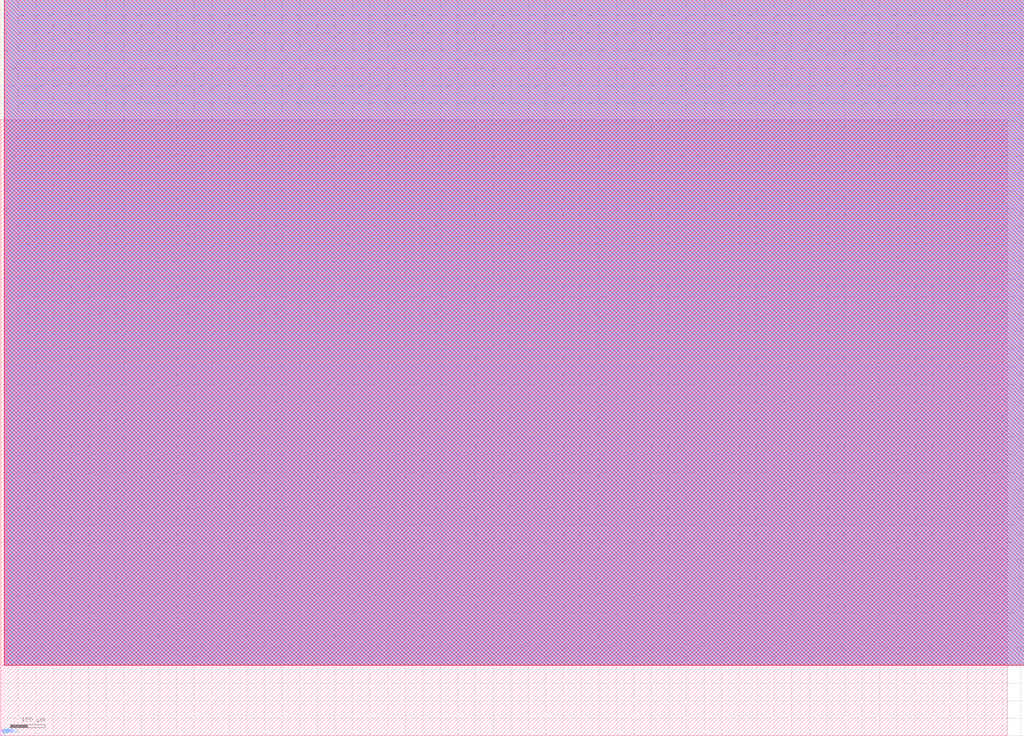
<source format=lef>
VERSION 5.7 ;
  NOWIREEXTENSIONATPIN ON ;
  DIVIDERCHAR "/" ;
  BUSBITCHARS "[]" ;
MACRO gf180_teststructures
  CLASS BLOCK ;
  FOREIGN gf180_teststructures ;
  ORIGIN 0.000 0.000 ;
  SIZE 2862.000 BY 1753.120 ;
  PIN vdd
    DIRECTION INOUT ;
    USE POWER ;
    PORT
      LAYER Metal4 ;
        RECT 0.000 0.000 0.500 0.500 ;
    END
  END vdd
  PIN vss
    DIRECTION INOUT ;
    USE GROUND ;
    PORT
      LAYER Metal4 ;
        RECT 1.500 0.000 2.000 0.500 ;
    END
  END vss
  PIN gpio
    DIRECTION INOUT ;
    USE SIGNAL ;
    PORT
      LAYER Metal4 ;
        RECT 3.000 0.000 3.500 0.500 ;
    END
  END gpio
  OBS
      LAYER Metal1 ;
        RECT 10.000 200.000 2909.920 2094.340 ;
      LAYER Metal2 ;
        RECT 10.000 200.000 2909.920 2094.340 ;
      LAYER Metal3 ;
        RECT 10.000 200.000 2909.920 2094.340 ;
      LAYER Metal4 ;
        RECT 10.000 200.000 2909.920 2094.340 ;
      LAYER Metal5 ;
        RECT 10.000 200.000 2909.920 2094.340 ;
  END
END gf180_teststructures
END LIBRARY


</source>
